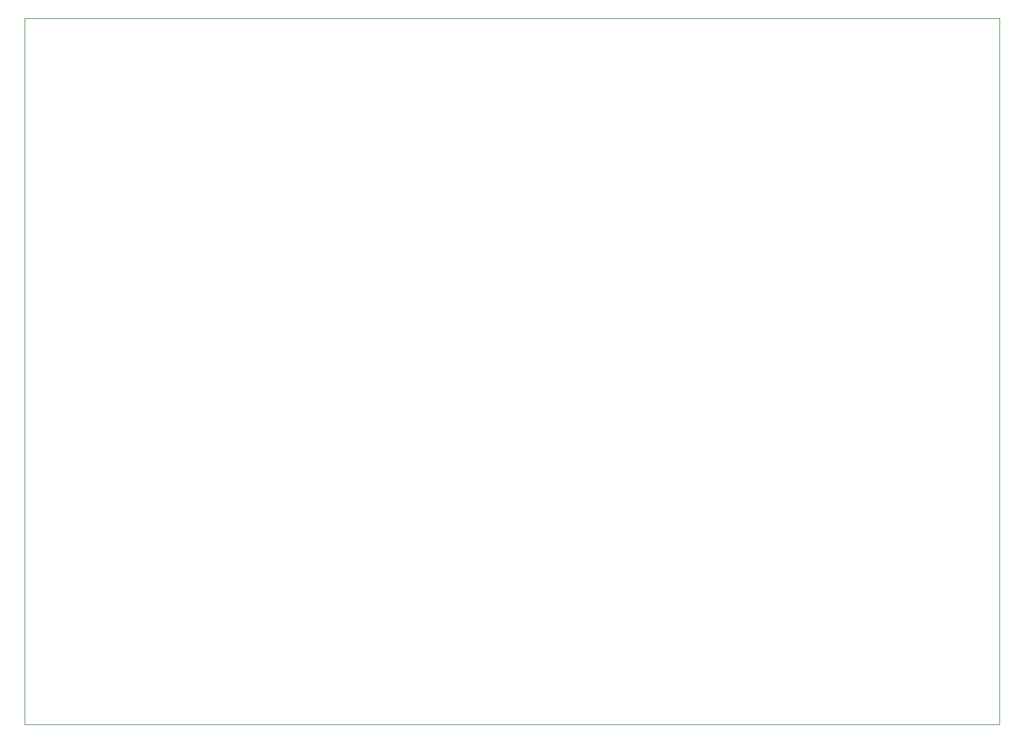
<source format=gbr>
%TF.GenerationSoftware,KiCad,Pcbnew,8.0.0*%
%TF.CreationDate,2024-04-01T01:39:54+02:00*%
%TF.ProjectId,smartSensor,736d6172-7453-4656-9e73-6f722e6b6963,rev?*%
%TF.SameCoordinates,Original*%
%TF.FileFunction,Profile,NP*%
%FSLAX46Y46*%
G04 Gerber Fmt 4.6, Leading zero omitted, Abs format (unit mm)*
G04 Created by KiCad (PCBNEW 8.0.0) date 2024-04-01 01:39:54*
%MOMM*%
%LPD*%
G01*
G04 APERTURE LIST*
%TA.AperFunction,Profile*%
%ADD10C,0.050000*%
%TD*%
G04 APERTURE END LIST*
D10*
X53000000Y-55000000D02*
X184000000Y-55000000D01*
X184000000Y-150000000D01*
X53000000Y-150000000D01*
X53000000Y-55000000D01*
M02*

</source>
